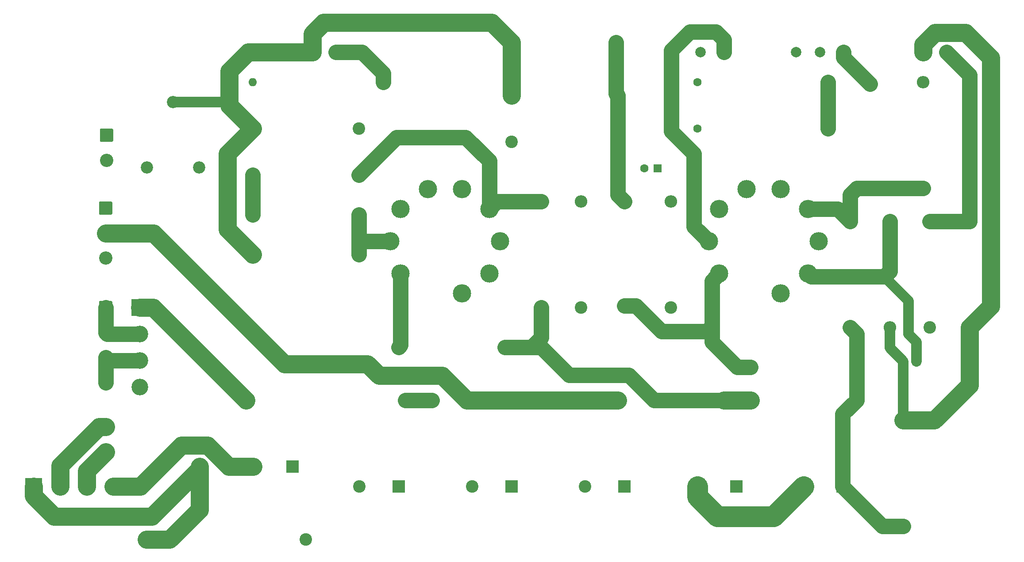
<source format=gtl>
G04 #@! TF.GenerationSoftware,KiCad,Pcbnew,5.1.10-88a1d61d58~90~ubuntu20.04.1*
G04 #@! TF.CreationDate,2021-08-18T14:00:20-04:00*
G04 #@! TF.ProjectId,single_ended_tube_amp,73696e67-6c65-45f6-956e-6465645f7475,0*
G04 #@! TF.SameCoordinates,Original*
G04 #@! TF.FileFunction,Copper,L1,Top*
G04 #@! TF.FilePolarity,Positive*
%FSLAX46Y46*%
G04 Gerber Fmt 4.6, Leading zero omitted, Abs format (unit mm)*
G04 Created by KiCad (PCBNEW 5.1.10-88a1d61d58~90~ubuntu20.04.1) date 2021-08-18 14:00:20*
%MOMM*%
%LPD*%
G01*
G04 APERTURE LIST*
G04 #@! TA.AperFunction,ComponentPad*
%ADD10C,2.400000*%
G04 #@! TD*
G04 #@! TA.AperFunction,ComponentPad*
%ADD11R,2.400000X2.400000*%
G04 #@! TD*
G04 #@! TA.AperFunction,ComponentPad*
%ADD12O,2.400000X2.400000*%
G04 #@! TD*
G04 #@! TA.AperFunction,ComponentPad*
%ADD13C,2.550000*%
G04 #@! TD*
G04 #@! TA.AperFunction,ComponentPad*
%ADD14R,3.200000X3.200000*%
G04 #@! TD*
G04 #@! TA.AperFunction,ComponentPad*
%ADD15C,3.200000*%
G04 #@! TD*
G04 #@! TA.AperFunction,ComponentPad*
%ADD16C,2.000000*%
G04 #@! TD*
G04 #@! TA.AperFunction,ComponentPad*
%ADD17O,3.500000X3.500000*%
G04 #@! TD*
G04 #@! TA.AperFunction,ComponentPad*
%ADD18O,1.600000X1.600000*%
G04 #@! TD*
G04 #@! TA.AperFunction,ComponentPad*
%ADD19C,1.600000*%
G04 #@! TD*
G04 #@! TA.AperFunction,ComponentPad*
%ADD20C,2.340000*%
G04 #@! TD*
G04 #@! TA.AperFunction,ComponentPad*
%ADD21R,1.600000X1.600000*%
G04 #@! TD*
G04 #@! TA.AperFunction,Conductor*
%ADD22C,2.000000*%
G04 #@! TD*
G04 #@! TA.AperFunction,Conductor*
%ADD23C,3.500000*%
G04 #@! TD*
G04 #@! TA.AperFunction,Conductor*
%ADD24C,4.000000*%
G04 #@! TD*
G04 #@! TA.AperFunction,Conductor*
%ADD25C,3.000000*%
G04 #@! TD*
G04 APERTURE END LIST*
D10*
X36950000Y-121920000D03*
D11*
X44450000Y-121920000D03*
D10*
X19170000Y-121920000D03*
D11*
X26670000Y-121920000D03*
D12*
X116840000Y-71120000D03*
D10*
X116840000Y-91440000D03*
D13*
X8720000Y-119100000D03*
G04 #@! TA.AperFunction,ComponentPad*
G36*
G01*
X7694999Y-113025000D02*
X9745001Y-113025000D01*
G75*
G02*
X9995000Y-113274999I0J-249999D01*
G01*
X9995000Y-115325001D01*
G75*
G02*
X9745001Y-115575000I-249999J0D01*
G01*
X7694999Y-115575000D01*
G75*
G02*
X7445000Y-115325001I0J249999D01*
G01*
X7445000Y-113274999D01*
G75*
G02*
X7694999Y-113025000I249999J0D01*
G01*
G37*
G04 #@! TD.AperFunction*
D14*
X15240000Y-91440000D03*
D15*
X15240000Y-96520000D03*
X15240000Y-101600000D03*
X15240000Y-106680000D03*
D10*
X142240000Y-125730000D03*
D11*
X149740000Y-125730000D03*
D10*
X121920000Y-125730000D03*
D11*
X129420000Y-125730000D03*
D10*
X100450000Y-125730000D03*
D11*
X107950000Y-125730000D03*
D10*
X78860000Y-125730000D03*
D11*
X86360000Y-125730000D03*
D10*
X57270000Y-125730000D03*
D11*
X64770000Y-125730000D03*
G04 #@! TA.AperFunction,ComponentPad*
G36*
G01*
X53760000Y-41730000D02*
X53760000Y-43230000D01*
G75*
G02*
X53510000Y-43480000I-250000J0D01*
G01*
X52010000Y-43480000D01*
G75*
G02*
X51760000Y-43230000I0J250000D01*
G01*
X51760000Y-41730000D01*
G75*
G02*
X52010000Y-41480000I250000J0D01*
G01*
X53510000Y-41480000D01*
G75*
G02*
X53760000Y-41730000I0J-250000D01*
G01*
G37*
G04 #@! TD.AperFunction*
D16*
X48260000Y-42480000D03*
G04 #@! TA.AperFunction,ComponentPad*
G36*
G01*
X128000000Y-41730000D02*
X128000000Y-43230000D01*
G75*
G02*
X127750000Y-43480000I-250000J0D01*
G01*
X126250000Y-43480000D01*
G75*
G02*
X126000000Y-43230000I0J250000D01*
G01*
X126000000Y-41730000D01*
G75*
G02*
X126250000Y-41480000I250000J0D01*
G01*
X127750000Y-41480000D01*
G75*
G02*
X128000000Y-41730000I0J-250000D01*
G01*
G37*
G04 #@! TD.AperFunction*
X122500000Y-42480000D03*
G04 #@! TA.AperFunction,ComponentPad*
G36*
G01*
X150860000Y-41730000D02*
X150860000Y-43230000D01*
G75*
G02*
X150610000Y-43480000I-250000J0D01*
G01*
X149110000Y-43480000D01*
G75*
G02*
X148860000Y-43230000I0J250000D01*
G01*
X148860000Y-41730000D01*
G75*
G02*
X149110000Y-41480000I250000J0D01*
G01*
X150610000Y-41480000D01*
G75*
G02*
X150860000Y-41730000I0J-250000D01*
G01*
G37*
G04 #@! TD.AperFunction*
X145360000Y-42480000D03*
X140860000Y-42480000D03*
G04 #@! TA.AperFunction,ComponentPad*
G36*
G01*
X170600000Y-41730000D02*
X170600000Y-43230000D01*
G75*
G02*
X170350000Y-43480000I-250000J0D01*
G01*
X168850000Y-43480000D01*
G75*
G02*
X168600000Y-43230000I0J250000D01*
G01*
X168600000Y-41730000D01*
G75*
G02*
X168850000Y-41480000I250000J0D01*
G01*
X170350000Y-41480000D01*
G75*
G02*
X170600000Y-41730000I0J-250000D01*
G01*
G37*
G04 #@! TD.AperFunction*
X165100000Y-42480000D03*
D14*
X-5080000Y-125730000D03*
D15*
X0Y-125730000D03*
X5080000Y-125730000D03*
X10160000Y-125730000D03*
D13*
X8890000Y-63220000D03*
G04 #@! TA.AperFunction,ComponentPad*
G36*
G01*
X7864999Y-57145000D02*
X9915001Y-57145000D01*
G75*
G02*
X10165000Y-57394999I0J-249999D01*
G01*
X10165000Y-59445001D01*
G75*
G02*
X9915001Y-59695000I-249999J0D01*
G01*
X7864999Y-59695000D01*
G75*
G02*
X7615000Y-59445001I0J249999D01*
G01*
X7615000Y-57394999D01*
G75*
G02*
X7864999Y-57145000I249999J0D01*
G01*
G37*
G04 #@! TD.AperFunction*
X8720000Y-105840000D03*
X8720000Y-101040000D03*
X8720000Y-96240000D03*
G04 #@! TA.AperFunction,ComponentPad*
G36*
G01*
X7694999Y-90165000D02*
X9745001Y-90165000D01*
G75*
G02*
X9995000Y-90414999I0J-249999D01*
G01*
X9995000Y-92465001D01*
G75*
G02*
X9745001Y-92715000I-249999J0D01*
G01*
X7694999Y-92715000D01*
G75*
G02*
X7445000Y-92465001I0J249999D01*
G01*
X7445000Y-90414999D01*
G75*
G02*
X7694999Y-90165000I249999J0D01*
G01*
G37*
G04 #@! TD.AperFunction*
X8720000Y-81990000D03*
X8720000Y-77190000D03*
G04 #@! TA.AperFunction,ComponentPad*
G36*
G01*
X7694999Y-71115000D02*
X9745001Y-71115000D01*
G75*
G02*
X9995000Y-71364999I0J-249999D01*
G01*
X9995000Y-73415001D01*
G75*
G02*
X9745001Y-73665000I-249999J0D01*
G01*
X7694999Y-73665000D01*
G75*
G02*
X7445000Y-73415001I0J249999D01*
G01*
X7445000Y-71364999D01*
G75*
G02*
X7694999Y-71115000I249999J0D01*
G01*
G37*
G04 #@! TD.AperFunction*
D17*
X126125322Y-84911745D03*
X124120000Y-78740000D03*
X126125322Y-72568255D03*
X131375322Y-68753907D03*
X137864678Y-68753907D03*
X143114678Y-72568255D03*
X145120000Y-78740000D03*
X143114678Y-84911745D03*
X137864678Y-88726093D03*
X65165322Y-84911745D03*
X63160000Y-78740000D03*
X65165322Y-72568255D03*
X70415322Y-68753907D03*
X76904678Y-68753907D03*
X82154678Y-72568255D03*
X84160000Y-78740000D03*
X82154678Y-84911745D03*
X76904678Y-88726093D03*
D18*
X56830000Y-66040000D03*
D19*
X36830000Y-66040000D03*
D12*
X16510000Y-135890000D03*
D10*
X46990000Y-135890000D03*
D20*
X26590000Y-64570000D03*
X21590000Y-52070000D03*
X16590000Y-64570000D03*
D12*
X161290000Y-113030000D03*
D10*
X161290000Y-133350000D03*
D12*
X132080000Y-109220000D03*
D10*
X152400000Y-109220000D03*
D12*
X106680000Y-109220000D03*
D10*
X127000000Y-109220000D03*
D12*
X71120000Y-109220000D03*
D10*
X101600000Y-109220000D03*
D12*
X35560000Y-109220000D03*
D10*
X66040000Y-109220000D03*
D12*
X64770000Y-99060000D03*
D10*
X85090000Y-99060000D03*
D12*
X36830000Y-57150000D03*
D10*
X57150000Y-57150000D03*
D12*
X36830000Y-81280000D03*
D10*
X57150000Y-81280000D03*
D12*
X57150000Y-73660000D03*
D10*
X36830000Y-73660000D03*
D12*
X92075000Y-71120000D03*
D10*
X92075000Y-91440000D03*
D12*
X99695000Y-71120000D03*
D10*
X99695000Y-91440000D03*
D12*
X106680000Y-59690000D03*
D10*
X86360000Y-59690000D03*
D12*
X86360000Y-50800000D03*
D10*
X106680000Y-50800000D03*
D12*
X132080000Y-102870000D03*
D10*
X152400000Y-102870000D03*
D12*
X165100000Y-48260000D03*
D10*
X165100000Y-68580000D03*
D12*
X151130000Y-74930000D03*
D10*
X151130000Y-95250000D03*
D12*
X158750000Y-95250000D03*
D10*
X158750000Y-74930000D03*
D12*
X166370000Y-74930000D03*
D10*
X166370000Y-95250000D03*
D12*
X173990000Y-95250000D03*
D10*
X173990000Y-74930000D03*
D18*
X36830000Y-48260000D03*
D19*
X61830000Y-48260000D03*
D18*
X86360000Y-40640000D03*
D19*
X106360000Y-40640000D03*
D18*
X107950000Y-91120000D03*
D19*
X107950000Y-71120000D03*
X111800000Y-64770000D03*
D21*
X114300000Y-64770000D03*
D18*
X146920000Y-48260000D03*
D19*
X121920000Y-48260000D03*
D18*
X146920000Y-57150000D03*
D19*
X121920000Y-57150000D03*
D18*
X154940000Y-68580000D03*
D19*
X154940000Y-48580000D03*
X161330000Y-101727000D03*
D21*
X163830000Y-101727000D03*
D22*
X158750000Y-99147000D02*
X161330000Y-101727000D01*
X158750000Y-95250000D02*
X158750000Y-99147000D01*
D23*
X32004000Y-61976000D02*
X36830000Y-57150000D01*
X32004000Y-76454000D02*
X32004000Y-61976000D01*
X36830000Y-81280000D02*
X32004000Y-76454000D01*
X32385000Y-52705000D02*
X36830000Y-57150000D01*
X32385000Y-46101000D02*
X32385000Y-52705000D01*
X36006000Y-42480000D02*
X32385000Y-46101000D01*
X48260000Y-42480000D02*
X36006000Y-42480000D01*
X86360000Y-40640000D02*
X82550000Y-36830000D01*
X82550000Y-36830000D02*
X50419000Y-36830000D01*
X48260000Y-38989000D02*
X48260000Y-42480000D01*
X50419000Y-36830000D02*
X48260000Y-38989000D01*
D22*
X31750000Y-52070000D02*
X32385000Y-52705000D01*
X21590000Y-52070000D02*
X31750000Y-52070000D01*
D23*
X86360000Y-50800000D02*
X86360000Y-40640000D01*
X178054000Y-91186000D02*
X173990000Y-95250000D01*
X178054000Y-43561000D02*
X178054000Y-91186000D01*
X167386000Y-38735000D02*
X173228000Y-38735000D01*
X165100000Y-41021000D02*
X167386000Y-38735000D01*
X173228000Y-38735000D02*
X178054000Y-43561000D01*
X165100000Y-42480000D02*
X165100000Y-41021000D01*
X15360000Y-125730000D02*
X19170000Y-121920000D01*
X10160000Y-125730000D02*
X15360000Y-125730000D01*
X32258000Y-121920000D02*
X36950000Y-121920000D01*
X28194000Y-117856000D02*
X32258000Y-121920000D01*
X23234000Y-117856000D02*
X28194000Y-117856000D01*
X19170000Y-121920000D02*
X23234000Y-117856000D01*
X173990000Y-106299000D02*
X167259000Y-113030000D01*
X167259000Y-113030000D02*
X161290000Y-113030000D01*
X173990000Y-95250000D02*
X173990000Y-106299000D01*
D22*
X161290000Y-113030000D02*
X161290000Y-101767000D01*
X161290000Y-101767000D02*
X161330000Y-101727000D01*
D24*
X121920000Y-127635000D02*
X125730000Y-131445000D01*
X125730000Y-131445000D02*
X136525000Y-131445000D01*
X121920000Y-125730000D02*
X121920000Y-127635000D01*
X136525000Y-131445000D02*
X142240000Y-125730000D01*
D25*
X158750000Y-84455000D02*
X158750000Y-74930000D01*
X157670500Y-85534500D02*
X158750000Y-84455000D01*
D22*
X162306000Y-90170000D02*
X157670500Y-85534500D01*
X162306000Y-96520000D02*
X162306000Y-90170000D01*
X163830000Y-98044000D02*
X162306000Y-96520000D01*
X163830000Y-101727000D02*
X163830000Y-98044000D01*
D25*
X143737433Y-85534500D02*
X143114678Y-84911745D01*
X157670500Y-85534500D02*
X143737433Y-85534500D01*
X151130000Y-69850000D02*
X151130000Y-74930000D01*
X152400000Y-68580000D02*
X151130000Y-69850000D01*
X165100000Y-68580000D02*
X152400000Y-68580000D01*
X148768255Y-72568255D02*
X143114678Y-72568255D01*
X151130000Y-74930000D02*
X148768255Y-72568255D01*
X149860000Y-43500000D02*
X154940000Y-48580000D01*
X149860000Y-42480000D02*
X149860000Y-43500000D01*
X146920000Y-48260000D02*
X146920000Y-57150000D01*
X132080000Y-102870000D02*
X129540000Y-102870000D01*
X129540000Y-102870000D02*
X124714000Y-98044000D01*
X124714000Y-86323067D02*
X126125322Y-84911745D01*
X124714000Y-94996000D02*
X124714000Y-86323067D01*
X124714000Y-98044000D02*
X124714000Y-94996000D01*
X123698000Y-96012000D02*
X124714000Y-94996000D01*
X115062000Y-96012000D02*
X123698000Y-96012000D01*
X110170000Y-91120000D02*
X115062000Y-96012000D01*
X107950000Y-91120000D02*
X110170000Y-91120000D01*
X106360000Y-50480000D02*
X106680000Y-50800000D01*
X106360000Y-40640000D02*
X106360000Y-50480000D01*
X106680000Y-59690000D02*
X106680000Y-50800000D01*
X106680000Y-69850000D02*
X107950000Y-71120000D01*
X106680000Y-59690000D02*
X106680000Y-69850000D01*
X64389000Y-58801000D02*
X57150000Y-66040000D01*
X82154678Y-63358678D02*
X77597000Y-58801000D01*
X77597000Y-58801000D02*
X64389000Y-58801000D01*
X82154678Y-72568255D02*
X82154678Y-63358678D01*
X83602933Y-71120000D02*
X82154678Y-72568255D01*
X92075000Y-71120000D02*
X83602933Y-71120000D01*
X36830000Y-73660000D02*
X36830000Y-66040000D01*
X65165322Y-98664678D02*
X64770000Y-99060000D01*
X65165322Y-84911745D02*
X65165322Y-98664678D01*
X57720000Y-42480000D02*
X52760000Y-42480000D01*
X61830000Y-46590000D02*
X57720000Y-42480000D01*
X61830000Y-48260000D02*
X61830000Y-46590000D01*
D23*
X35560000Y-109220000D02*
X17780000Y-91440000D01*
X17780000Y-91440000D02*
X15240000Y-91440000D01*
D25*
X9000000Y-96520000D02*
X8720000Y-96240000D01*
X15240000Y-96520000D02*
X9000000Y-96520000D01*
X8720000Y-96240000D02*
X8720000Y-91440000D01*
X9280000Y-101600000D02*
X8720000Y-101040000D01*
X15240000Y-101600000D02*
X9280000Y-101600000D01*
X8720000Y-101040000D02*
X8720000Y-105840000D01*
D23*
X26670000Y-121920000D02*
X26670000Y-130175000D01*
X20955000Y-135890000D02*
X16510000Y-135890000D01*
X26670000Y-130175000D02*
X20955000Y-135890000D01*
X-5080000Y-127508000D02*
X-5080000Y-125730000D01*
X-1143000Y-131445000D02*
X-5080000Y-127508000D01*
X26670000Y-122301000D02*
X17526000Y-131445000D01*
X17526000Y-131445000D02*
X-1143000Y-131445000D01*
X26670000Y-121920000D02*
X26670000Y-122301000D01*
X0Y-121745000D02*
X0Y-125730000D01*
X7445000Y-114300000D02*
X0Y-121745000D01*
X8720000Y-114300000D02*
X7445000Y-114300000D01*
X5080000Y-122740000D02*
X5080000Y-125730000D01*
X8720000Y-119100000D02*
X5080000Y-122740000D01*
D25*
X166370000Y-74930000D02*
X173990000Y-74930000D01*
X173990000Y-46863000D02*
X173990000Y-74930000D01*
X169607000Y-42480000D02*
X173990000Y-46863000D01*
X169600000Y-42480000D02*
X169607000Y-42480000D01*
X120523000Y-38608000D02*
X116967000Y-42164000D01*
X121285000Y-75905000D02*
X124120000Y-78740000D01*
X121285000Y-61976000D02*
X121285000Y-75905000D01*
X116967000Y-57658000D02*
X121285000Y-61976000D01*
X125476000Y-38608000D02*
X120523000Y-38608000D01*
X116967000Y-42164000D02*
X116967000Y-57658000D01*
X127000000Y-40132000D02*
X125476000Y-38608000D01*
X127000000Y-42480000D02*
X127000000Y-40132000D01*
D23*
X101600000Y-109220000D02*
X106680000Y-109220000D01*
X42926000Y-102235000D02*
X17881000Y-77190000D01*
X58801000Y-102235000D02*
X42926000Y-102235000D01*
X10617002Y-77190000D02*
X8720000Y-77190000D01*
X61035990Y-104469990D02*
X58801000Y-102235000D01*
X73087518Y-104469990D02*
X61035990Y-104469990D01*
X17881000Y-77190000D02*
X10617002Y-77190000D01*
X77837528Y-109220000D02*
X73087518Y-104469990D01*
X101600000Y-109220000D02*
X77837528Y-109220000D01*
D25*
X66040000Y-109220000D02*
X71120000Y-109220000D01*
X152400000Y-96520000D02*
X151130000Y-95250000D01*
X152400000Y-109220000D02*
X152400000Y-96520000D01*
X149740000Y-111880000D02*
X152400000Y-109220000D01*
X149740000Y-125737000D02*
X149740000Y-111880000D01*
X157353000Y-133350000D02*
X149740000Y-125737000D01*
X161290000Y-133350000D02*
X157353000Y-133350000D01*
D23*
X127000000Y-109220000D02*
X132080000Y-109220000D01*
D25*
X90170000Y-99060000D02*
X85090000Y-99060000D01*
X92075000Y-97155000D02*
X90170000Y-99060000D01*
X92075000Y-91440000D02*
X92075000Y-97155000D01*
X92075000Y-99060000D02*
X90170000Y-99060000D01*
X97409000Y-104394000D02*
X92075000Y-99060000D01*
X108839000Y-104394000D02*
X97409000Y-104394000D01*
X113665000Y-109220000D02*
X108839000Y-104394000D01*
X127000000Y-109220000D02*
X113665000Y-109220000D01*
X58039000Y-78740000D02*
X57150000Y-77851000D01*
X63160000Y-78740000D02*
X58039000Y-78740000D01*
X57150000Y-77851000D02*
X57150000Y-81280000D01*
X57150000Y-73660000D02*
X57150000Y-77851000D01*
M02*

</source>
